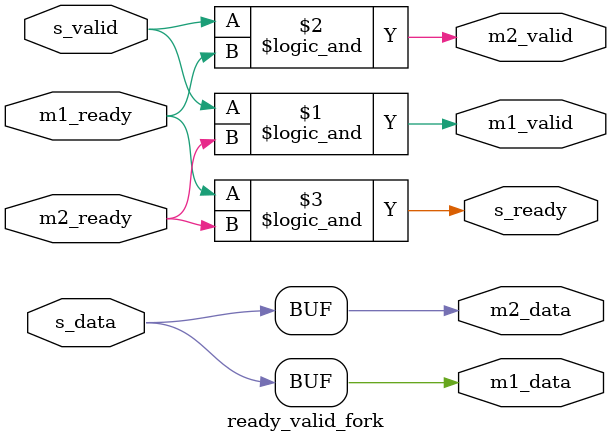
<source format=v>
`resetall
`timescale 1ns / 1ps
`default_nettype none

module ready_valid_fork #(
    parameter   DATA_WIDTH      = 1
)(
    input  wire                         s_valid,
    input  wire     [DATA_WIDTH-1:0]    s_data,
    output wire                         s_ready,

    output wire                         m1_valid,
    output wire     [DATA_WIDTH-1:0]    m1_data,
    input  wire                         m1_ready,

    output wire                         m2_valid,
    output wire     [DATA_WIDTH-1:0]    m2_data,
    input  wire                         m2_ready
);

    assign m1_data      = s_data;
    assign m2_data      = s_data;
    assign m1_valid     = s_valid && m2_ready;
    assign m2_valid     = s_valid && m1_ready;
    assign s_ready      = m1_ready && m2_ready;

endmodule

`resetall

</source>
